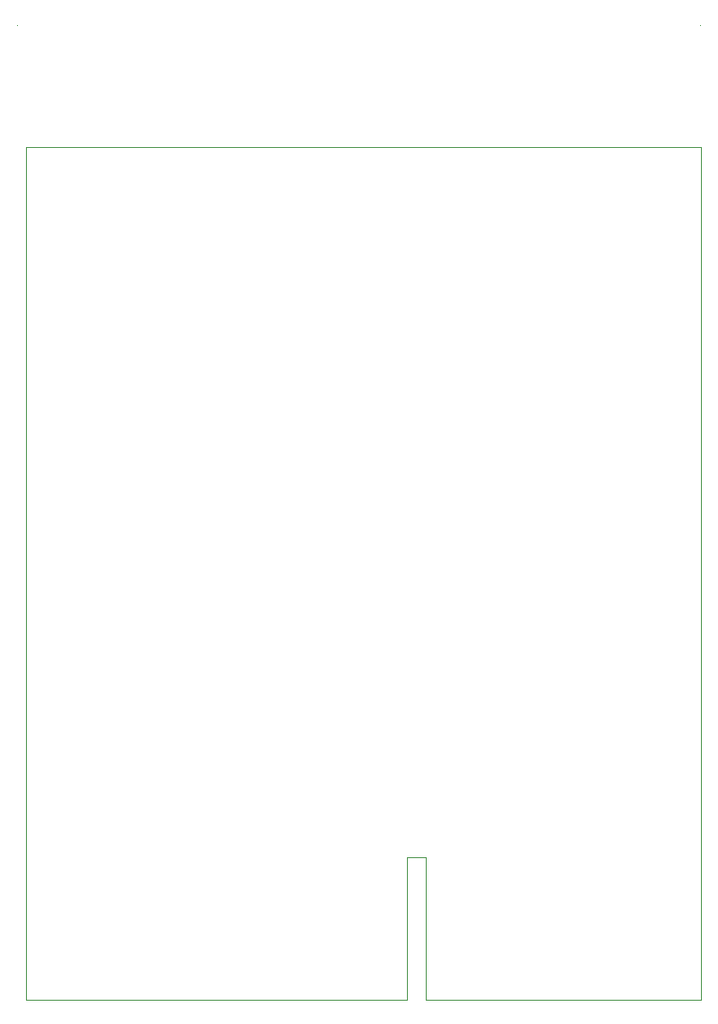
<source format=gbr>
G04 #@! TF.GenerationSoftware,KiCad,Pcbnew,(5.1.9)-1*
G04 #@! TF.CreationDate,2021-04-12T22:08:35-04:00*
G04 #@! TF.ProjectId,cartridge,63617274-7269-4646-9765-2e6b69636164,rev?*
G04 #@! TF.SameCoordinates,Original*
G04 #@! TF.FileFunction,Profile,NP*
%FSLAX46Y46*%
G04 Gerber Fmt 4.6, Leading zero omitted, Abs format (unit mm)*
G04 Created by KiCad (PCBNEW (5.1.9)-1) date 2021-04-12 22:08:35*
%MOMM*%
%LPD*%
G01*
G04 APERTURE LIST*
G04 #@! TA.AperFunction,Profile*
%ADD10C,0.050000*%
G04 #@! TD*
G04 APERTURE END LIST*
D10*
X182562500Y-49720500D02*
X182562500Y-49720500D01*
X118046500Y-49720500D02*
X118046500Y-49720500D01*
X118882000Y-117482000D02*
X118882000Y-61277500D01*
X182626000Y-117482000D02*
X182626000Y-61277500D01*
X182626000Y-117482000D02*
X182626000Y-141732000D01*
X182626000Y-141732000D02*
X156632000Y-141732000D01*
X156632000Y-141732000D02*
X156632000Y-128332000D01*
X154832000Y-128332000D02*
X154832000Y-141732000D01*
X156632000Y-128332000D02*
X154832000Y-128332000D01*
X154832000Y-141732000D02*
X118882000Y-141732000D01*
X118882000Y-141732000D02*
X118882000Y-117482000D01*
X118882000Y-61277500D02*
X182626000Y-61277500D01*
M02*

</source>
